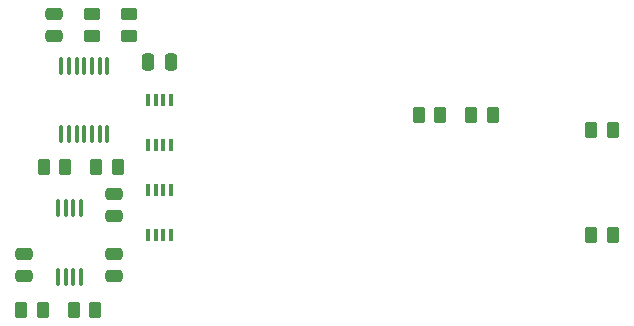
<source format=gbr>
%TF.GenerationSoftware,KiCad,Pcbnew,(6.99.0-1875-gfe1a5267a2)*%
%TF.CreationDate,2022-05-26T15:01:28+02:00*%
%TF.ProjectId,Vectrex Pad miniNeoGeo-rounded,56656374-7265-4782-9050-6164206d696e,1.2*%
%TF.SameCoordinates,Original*%
%TF.FileFunction,Paste,Top*%
%TF.FilePolarity,Positive*%
%FSLAX46Y46*%
G04 Gerber Fmt 4.6, Leading zero omitted, Abs format (unit mm)*
G04 Created by KiCad (PCBNEW (6.99.0-1875-gfe1a5267a2)) date 2022-05-26 15:01:28*
%MOMM*%
%LPD*%
G01*
G04 APERTURE LIST*
G04 Aperture macros list*
%AMRoundRect*
0 Rectangle with rounded corners*
0 $1 Rounding radius*
0 $2 $3 $4 $5 $6 $7 $8 $9 X,Y pos of 4 corners*
0 Add a 4 corners polygon primitive as box body*
4,1,4,$2,$3,$4,$5,$6,$7,$8,$9,$2,$3,0*
0 Add four circle primitives for the rounded corners*
1,1,$1+$1,$2,$3*
1,1,$1+$1,$4,$5*
1,1,$1+$1,$6,$7*
1,1,$1+$1,$8,$9*
0 Add four rect primitives between the rounded corners*
20,1,$1+$1,$2,$3,$4,$5,0*
20,1,$1+$1,$4,$5,$6,$7,0*
20,1,$1+$1,$6,$7,$8,$9,0*
20,1,$1+$1,$8,$9,$2,$3,0*%
G04 Aperture macros list end*
%ADD10RoundRect,0.250000X0.262500X0.450000X-0.262500X0.450000X-0.262500X-0.450000X0.262500X-0.450000X0*%
%ADD11RoundRect,0.250000X-0.475000X0.250000X-0.475000X-0.250000X0.475000X-0.250000X0.475000X0.250000X0*%
%ADD12RoundRect,0.100000X-0.100000X-0.450000X0.100000X-0.450000X0.100000X0.450000X-0.100000X0.450000X0*%
%ADD13RoundRect,0.250000X-0.262500X-0.450000X0.262500X-0.450000X0.262500X0.450000X-0.262500X0.450000X0*%
%ADD14RoundRect,0.250000X0.475000X-0.250000X0.475000X0.250000X-0.475000X0.250000X-0.475000X-0.250000X0*%
%ADD15RoundRect,0.250000X-0.450000X0.262500X-0.450000X-0.262500X0.450000X-0.262500X0.450000X0.262500X0*%
%ADD16RoundRect,0.100000X0.100000X-0.637500X0.100000X0.637500X-0.100000X0.637500X-0.100000X-0.637500X0*%
%ADD17RoundRect,0.100000X-0.100000X0.637500X-0.100000X-0.637500X0.100000X-0.637500X0.100000X0.637500X0*%
%ADD18RoundRect,0.250000X-0.250000X-0.475000X0.250000X-0.475000X0.250000X0.475000X-0.250000X0.475000X0*%
G04 APERTURE END LIST*
D10*
%TO.C,R6*%
X133627500Y-81915000D03*
X131802500Y-81915000D03*
%TD*%
D11*
%TO.C,C3*%
X133350000Y-89220000D03*
X133350000Y-91120000D03*
%TD*%
D12*
%TO.C,U2*%
X136185000Y-80005000D03*
X136835000Y-80005000D03*
X137485000Y-80005000D03*
X138135000Y-80005000D03*
X138135000Y-76205000D03*
X137485000Y-76205000D03*
X136835000Y-76205000D03*
X136185000Y-76205000D03*
%TD*%
D13*
%TO.C,R8*%
X125452500Y-93980000D03*
X127277500Y-93980000D03*
%TD*%
D10*
%TO.C,R2*%
X160932500Y-77470000D03*
X159107500Y-77470000D03*
%TD*%
D13*
%TO.C,R10*%
X127357500Y-81915000D03*
X129182500Y-81915000D03*
%TD*%
D10*
%TO.C,R4*%
X175537500Y-78740000D03*
X173712500Y-78740000D03*
%TD*%
D14*
%TO.C,C2*%
X125730000Y-91120000D03*
X125730000Y-89220000D03*
%TD*%
D10*
%TO.C,R3*%
X175537500Y-87630000D03*
X173712500Y-87630000D03*
%TD*%
D15*
%TO.C,R7*%
X134620000Y-68937500D03*
X134620000Y-70762500D03*
%TD*%
%TO.C,R9*%
X131445000Y-68937500D03*
X131445000Y-70762500D03*
%TD*%
D13*
%TO.C,R1*%
X163552500Y-77470000D03*
X165377500Y-77470000D03*
%TD*%
D16*
%TO.C,U4*%
X128860000Y-79062500D03*
X129510000Y-79062500D03*
X130160000Y-79062500D03*
X130810000Y-79062500D03*
X131460000Y-79062500D03*
X132110000Y-79062500D03*
X132760000Y-79062500D03*
X132760000Y-73337500D03*
X132110000Y-73337500D03*
X131460000Y-73337500D03*
X130810000Y-73337500D03*
X130160000Y-73337500D03*
X129510000Y-73337500D03*
X128860000Y-73337500D03*
%TD*%
D12*
%TO.C,U3*%
X136185000Y-87625000D03*
X136835000Y-87625000D03*
X137485000Y-87625000D03*
X138135000Y-87625000D03*
X138135000Y-83825000D03*
X137485000Y-83825000D03*
X136835000Y-83825000D03*
X136185000Y-83825000D03*
%TD*%
D17*
%TO.C,U1*%
X130515000Y-85365000D03*
X129865000Y-85365000D03*
X129215000Y-85365000D03*
X128565000Y-85365000D03*
X128565000Y-91165000D03*
X129215000Y-91165000D03*
X129865000Y-91165000D03*
X130515000Y-91165000D03*
%TD*%
D11*
%TO.C,C4*%
X133350000Y-84140000D03*
X133350000Y-86040000D03*
%TD*%
D18*
%TO.C,C5*%
X136210000Y-73025000D03*
X138110000Y-73025000D03*
%TD*%
D14*
%TO.C,C1*%
X128270000Y-70800000D03*
X128270000Y-68900000D03*
%TD*%
D10*
%TO.C,R5*%
X131722500Y-93980000D03*
X129897500Y-93980000D03*
%TD*%
M02*

</source>
